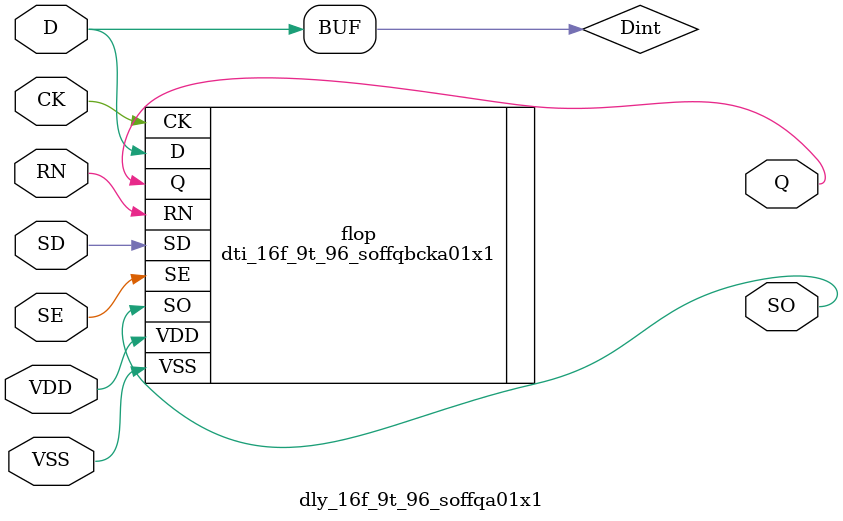
<source format=v>

module dly_16f_9t_96_soffqa01x1 (VDD, VSS, CK, D, Q, RN, SD, SE, SO);
input	VDD;
input	VSS;
input	CK;
input	D;
output	Q;
input	RN;
input	SD;
input	SE;
output	SO;

assign #(0.02) Dint = D;
dti_16f_9t_96_soffqbcka01x1 flop (
  .VDD(VDD),
  .VSS(VSS),
  .CK(CK),
  .D(Dint),
  .Q(Q),
  .RN(RN),
  .SD(SD),
  .SE(SE),
  .SO(SO)
);

endmodule

</source>
